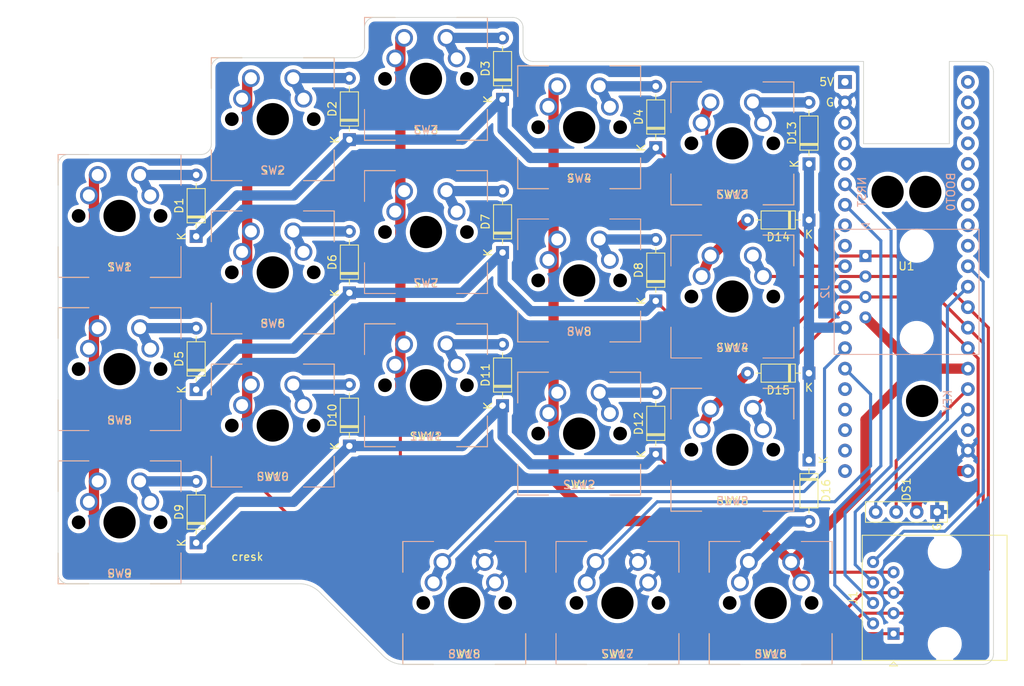
<source format=kicad_pcb>
(kicad_pcb (version 20211014) (generator pcbnew)
  (layers (0 "F.Cu" signal) (31 "B.Cu" signal) (34 "B.Paste" user) (35 "F.Paste" user) (36 "B.SilkS" user "B.Silkscreen") (37 "F.SilkS" user "F.Silkscreen") (38 "B.Mask" user) (39 "F.Mask" user) (44 "Edge.Cuts" user))
  (net 0 "")
  (net 1 "row0")
  (net 2 "Net-(D1-Pad2)")
  (net 3 "row1")
  (net 4 "Net-(D2-Pad2)")
  (net 5 "row2")
  (net 6 "Net-(D3-Pad2)")
  (net 7 "row3")
  (net 8 "Net-(D4-Pad2)")
  (net 9 "row7")
  (net 10 "Net-(D5-Pad2)")
  (net 11 "Net-(D6-Pad2)")
  (net 12 "Net-(D7-Pad2)")
  (net 13 "Net-(D8-Pad2)")
  (net 14 "Net-(D9-Pad2)")
  (net 15 "Net-(D10-Pad2)")
  (net 16 "Net-(D11-Pad2)")
  (net 17 "Net-(D12-Pad2)")
  (net 18 "Net-(D13-Pad2)")
  (net 19 "Net-(D14-Pad2)")
  (net 20 "Net-(D16-Pad2)")
  (net 21 "col3")
  (net 22 "col2")
  (net 23 "col1")
  (net 24 "col0")
  (net 25 "row6")
  (net 26 "row5")
  (net 27 "row4")
  (net 28 "GND")
  (net 34 "Net-(D15-Pad2)")
  (net 36 "col4")
  (net 37 "col5")
  (net 38 "VCC")
  (net 39 "SCL")
  (net 40 "SDA")
  (footprint "Diode_THT:D_DO-35_SOD27_P7.62mm_Horizontal" (layer "F.Cu") (at 75 84.04 90)
    (fp_text reference "D9")
    (fp_text value "1N4148")
  )
  (footprint "Diode_THT:D_DO-35_SOD27_P7.62mm_Horizontal" (layer "F.Cu") (at 113 29.04 90)
    (fp_text reference "D3")
    (fp_text value "1N4148")
  )
  (footprint "cresk:SW_MX_1u_Reversible" (layer "F.Cu") (at 108.25 91.5)
    (fp_text reference "SW18")
    (fp_text value "SW_PUSH")
  )
  (footprint "cresk:SW_MX_1u_Reversible" (layer "F.Cu") (at 84.5 50.5)
    (fp_text reference "SW6")
    (fp_text value "SW_PUSH")
  )
  (footprint "Diode_THT:D_DO-35_SOD27_P7.62mm_Horizontal" (layer "F.Cu") (at 113 67.04 90)
    (fp_text reference "D11")
    (fp_text value "1N4148")
  )
  (footprint "Diode_THT:D_DO-35_SOD27_P7.62mm_Horizontal" (layer "F.Cu") (at 151 37.04 90)
    (fp_text reference "D13")
    (fp_text value "1N4148")
  )
  (footprint "Diode_THT:D_DO-35_SOD27_P7.62mm_Horizontal" (layer "F.Cu") (at 151 44 180)
    (fp_text reference "D14")
    (fp_text value "1N4148")
  )
  (footprint "cresk:WeAct_BlackPill_Flipped" (layer "F.Cu") (at 155.47 26.88)
    (fp_text reference "U1")
    (fp_text value "WeAct_BlackPill")
  )
  (footprint "cresk:SW_MX_1u_Reversible" (layer "F.Cu") (at 122.5 32.5)
    (fp_text reference "SW4")
    (fp_text value "SW_PUSH")
  )
  (footprint "cresk:SW_MX_1u_Reversible" (layer "F.Cu") (at 141.5 72.5)
    (fp_text reference "SW15")
    (fp_text value "SW_PUSH")
  )
  (footprint "Diode_THT:D_DO-35_SOD27_P7.62mm_Horizontal" (layer "F.Cu") (at 132 35.04 90)
    (fp_text reference "D4")
    (fp_text value "1N4148")
  )
  (footprint "Diode_THT:D_DO-35_SOD27_P7.62mm_Horizontal" (layer "F.Cu") (at 151 63 180)
    (fp_text reference "D15")
    (fp_text value "1N4148")
  )
  (footprint "Diode_THT:D_DO-35_SOD27_P7.62mm_Horizontal" (layer "F.Cu") (at 94 72.04 90)
    (fp_text reference "D10")
    (fp_text value "1N4148")
  )
  (footprint "Diode_THT:D_DO-35_SOD27_P7.62mm_Horizontal" (layer "F.Cu") (at 75 46.04 90)
    (fp_text reference "D1")
    (fp_text value "1N4148")
  )
  (footprint "cresk:SW_MX_1u_Reversible" (layer "F.Cu") (at 65.5 62.5)
    (fp_text reference "SW5")
    (fp_text value "SW_PUSH")
  )
  (footprint "Diode_THT:D_DO-35_SOD27_P7.62mm_Horizontal" (layer "F.Cu") (at 113 48.04 90)
    (fp_text reference "D7")
    (fp_text value "1N4148")
  )
  (footprint "Diode_THT:D_DO-35_SOD27_P7.62mm_Horizontal" (layer "F.Cu") (at 94 34.04 90)
    (fp_text reference "D2")
    (fp_text value "1N4148")
  )
  (footprint "Diode_THT:D_DO-35_SOD27_P7.62mm_Horizontal" (layer "F.Cu") (at 151 73.77 -90)
    (fp_text reference "D16")
    (fp_text value "1N4148")
  )
  (footprint "cresk:SW_MX_1u_Reversible" (layer "F.Cu") (at 65.5 43.5)
    (fp_text reference "SW1")
    (fp_text value "SW_PUSH")
  )
  (footprint "cresk:SW_MX_1u_Reversible" (layer "F.Cu") (at 146.25 91.5)
    (fp_text reference "SW16")
    (fp_text value "SW_PUSH")
  )
  (footprint "Diode_THT:D_DO-35_SOD27_P7.62mm_Horizontal" (layer "F.Cu") (at 94 53.04 90)
    (fp_text reference "D6")
    (fp_text value "1N4148")
  )
  (footprint "cresk:SSD1306_I2C" (layer "F.Cu") (at 166.9 80.22 90)
    (fp_text reference "DS1")
    (fp_text value "SSD1306_I2C")
  )
  (footprint "cresk:SW_MX_1u_Reversible" (layer "F.Cu") (at 103.5 64.5)
    (fp_text reference "SW11")
    (fp_text value "SW_PUSH")
  )
  (footprint "Connector_RJ:RJ45_Amphenol_54602-x08_Horizontal" (layer "F.Cu") (at 161.49 95.31 90)
    (fp_text reference "J1")
    (fp_text value "8P8C")
  )
  (footprint "cresk:SW_MX_1u_Reversible" (layer "F.Cu") (at 65.5 81.5)
    (fp_text reference "SW9")
    (fp_text value "SW_PUSH")
  )
  (footprint "Diode_THT:D_DO-35_SOD27_P7.62mm_Horizontal" (layer "F.Cu") (at 132 54.04 90)
    (fp_text reference "D8")
    (fp_text value "1N4148")
  )
  (footprint "cresk:SW_MX_1u_Reversible" (layer "F.Cu") (at 122.5 51.5)
    (fp_text reference "SW8")
    (fp_text value "SW_PUSH")
  )
  (footprint "cresk:SW_MX_1u_Reversible" (layer "F.Cu") (at 84.5 31.5)
    (fp_text reference "SW2")
    (fp_text value "SW_PUSH")
  )
  (footprint "cresk:SW_MX_1u_Reversible" (layer "F.Cu") (at 141.5 53.5)
    (fp_text reference "SW14")
    (fp_text value "SW_PUSH")
  )
  (footprint "cresk:SW_MX_1u_Reversible" (layer "F.Cu") (at 103.5 26.5)
    (fp_text reference "SW3")
    (fp_text value "SW_PUSH")
  )
  (footprint "cresk:SW_MX_1u_Reversible" (layer "F.Cu") (at 103.5 45.5)
    (fp_text reference "SW7")
    (fp_text value "SW_PUSH")
  )
  (footprint "cresk:SW_MX_1u_Reversible" (layer "F.Cu") (at 84.5 69.5)
    (fp_text reference "SW10")
    (fp_text value "SW_PUSH")
  )
  (footprint "Diode_THT:D_DO-35_SOD27_P7.62mm_Horizontal" (layer "F.Cu") (at 75 65.04 90)
    (fp_text reference "D5")
    (fp_text value "1N4148")
  )
  (footprint "cresk:SW_MX_1u_Reversible" (layer "F.Cu") (at 122.5 70.5)
    (fp_text reference "SW12")
    (fp_text value "SW_PUSH")
  )
  (footprint "Diode_THT:D_DO-35_SOD27_P7.62mm_Horizontal" (layer "F.Cu") (at 132 73.04 90)
    (fp_text reference "D12")
    (fp_text value "1N4148")
  )
  (footprint "cresk:SW_MX_1u_Reversible" (layer "F.Cu") (at 141.5 34.5)
    (fp_text reference "SW13")
    (fp_text value "SW_PUSH")
  )
  (footprint "cresk:SW_MX_1u_Reversible" (layer "F.Cu") (at 127.25 91.5)
    (fp_text reference "SW17")
    (fp_text value "SW_PUSH")
  )
  (footprint "Connector_RJ:RJ45_Amphenol_54602-x08_Horizontal" (layer "B.Cu") (at 158.01 48.47 -90)
    (fp_text reference "J2")
    (fp_text value "8P8C")
  )
  (gr_arc (start 57.88 37.15) (mid 58.251974 36.251974) (end 59.15 35.88) (layer "Edge.Cuts") (width 0.1))
  (gr_arc (start 95.88 22.61) (mid 95.508026 23.508026) (end 94.61 23.88) (layer "Edge.Cuts") (width 0.1))
  (gr_arc (start 95.88 20.15) (mid 96.251974 19.251974) (end 97.15 18.88) (layer "Edge.Cuts") (width 0.1))
  (gr_line (start 157.77 24.34) (end 116.81 24.34) (layer "Edge.Cuts") (width 0.1))
  (gr_arc (start 116.81 24.34) (mid 115.911974 23.968026) (end 115.54 23.07) (layer "Edge.Cuts") (width 0.1))
  (gr_arc (start 172.615 24.34) (mid 173.513026 24.711974) (end 173.885 25.61) (layer "Edge.Cuts") (width 0.1))
  (gr_arc (start 114.27 18.88) (mid 115.168026 19.251974) (end 115.54 20.15) (layer "Edge.Cuts") (width 0.1))
  (gr_line (start 76.88 34.61) (end 76.88 25.15) (layer "Edge.Cuts") (width 0.1))
  (gr_arc (start 76.88 34.61) (mid 76.508026 35.508026) (end 75.61 35.88) (layer "Edge.Cuts") (width 0.1))
  (gr_line (start 97.15 18.88) (end 114.27 18.88) (layer "Edge.Cuts") (width 0.1))
  (gr_line (start 157.77 24.34) (end 157.77 34.54) (layer "Edge.Cuts") (width 0.1))
  (gr_line (start 59.15 89.12) (end 87.99 89.12) (layer "Edge.Cuts") (width 0.1))
  (gr_line (start 78.15 23.88) (end 94.61 23.88) (layer "Edge.Cuts") (width 0.1))
  (gr_line (start 172.615 99.12) (end 100.53 99.12) (layer "Edge.Cuts") (width 0.1))
  (gr_line (start 172.615 24.34) (end 168.41 24.34) (layer "Edge.Cuts") (width 0.1))
  (gr_line (start 95.88 22.61) (end 95.88 20.15) (layer "Edge.Cuts") (width 0.1))
  (gr_line (start 57.88 87.85) (end 57.88 37.15) (layer "Edge.Cuts") (width 0.1))
  (gr_arc (start 173.885 97.85) (mid 173.513026 98.748026) (end 172.615 99.12) (layer "Edge.Cuts") (width 0.1))
  (gr_arc (start 76.88 25.15) (mid 77.251974 24.251974) (end 78.15 23.88) (layer "Edge.Cuts") (width 0.1))
  (gr_arc (start 87.99 89.12) (mid 89.386309 89.502381) (end 90.53 90.39) (layer "Edge.Cuts") (width 0.1))
  (gr_arc (start 59.15 89.12) (mid 58.251974 88.748026) (end 57.88 87.85) (layer "Edge.Cuts") (width 0.1))
  (gr_line (start 115.54 20.15) (end 115.54 23.07) (layer "Edge.Cuts") (width 0.1))
  (gr_arc (start 100.53 99.12) (mid 99.133691 98.737619) (end 97.99 97.85) (layer "Edge.Cuts") (width 0.1))
  (gr_line (start 59.15 35.88) (end 75.61 35.88) (layer "Edge.Cuts") (width 0.1))
  (gr_line (start 97.99 97.85) (end 90.53 90.39) (layer "Edge.Cuts") (width 0.1))
  (gr_line (start 173.885 25.61) (end 173.885 97.85) (layer "Edge.Cuts") (width 0.1))
  (gr_line (start 168.41 34.54) (end 157.77 34.54) (layer "Edge.Cuts") (width 0.1))
  (gr_line (start 168.41 24.34) (end 168.41 34.54) (layer "Edge.Cuts") (width 0.1))
  (gr_text "cresk\n " (at 79.27 86.57) (layer "F.SilkS") (effects (font (size 1 1)) (justify left)))
  (segment (start 155.47 49.74) (end 151.66 49.74) (width 0.381) (layer "F.Cu") (net 1))
  (segment (start 142.71 40.79) (end 137.75 40.79) (width 0.381) (layer "F.Cu") (net 1))
  (segment (start 151.66 49.74) (end 142.71 40.79) (width 0.381) (layer "F.Cu") (net 1))
  (segment (start 137.75 40.79) (end 132 35.04) (width 0.381) (layer "F.Cu") (net 1))
  (segment (start 80.08 40.96) (end 87.08 40.96) (width 1.27) (layer "B.Cu") (net 1))
  (segment (start 132 35.04) (end 130.73 36.31) (width 1.27) (layer "B.Cu") (net 1))
  (segment (start 75 46.04) (end 80.08 40.96) (width 1.27) (layer "B.Cu") (net 1))
  (segment (start 113 32.85) (end 113 29.04) (width 1.27) (layer "B.Cu") (net 1))
  (segment (start 130.73 36.31) (end 116.46 36.31) (width 1.27) (layer "B.Cu") (net 1))
  (segment (start 108 34.04) (end 113 29.04) (width 1.27) (layer "B.Cu") (net 1))
  (segment (start 94 34.04) (end 108 34.04) (width 1.27) (layer "B.Cu") (net 1))
  (segment (start 116.46 36.31) (end 113 32.85) (width 1.27) (layer "B.Cu") (net 1))
  (segment (start 87.08 40.96) (end 94 34.04) (width 1.27) (layer "B.Cu") (net 1))
  (segment (start 68.04 38.42) (end 75 38.42) (width 1.27) (layer "B.Cu") (net 2))
  (segment (start 68.04 38.42) (end 69.31 40.96) (width 1.27) (layer "B.Cu") (net 2))
  (segment (start 146.58 57.36) (end 135.32 57.36) (width 0.381) (layer "F.Cu") (net 3))
  (segment (start 155.47 52.28) (end 151.66 52.28) (width 0.381) (layer "F.Cu") (net 3))
  (segment (start 151.66 52.28) (end 146.58 57.36) (width 0.381) (layer "F.Cu") (net 3))
  (segment (start 135.32 57.36) (end 132 54.04) (width 0.381) (layer "F.Cu") (net 3))
  (segment (start 80.08 59.96) (end 87.08 59.96) (width 1.27) (layer "B.Cu") (net 3))
  (segment (start 132 54.04) (end 130.73 55.31) (width 1.27) (layer "B.Cu") (net 3))
  (segment (start 108 53.04) (end 113 48.04) (width 1.27) (layer "B.Cu") (net 3))
  (segment (start 116.46 55.31) (end 113 51.85) (width 1.27) (layer "B.Cu") (net 3))
  (segment (start 94 53.04) (end 108 53.04) (width 1.27) (layer "B.Cu") (net 3))
  (segment (start 130.73 55.31) (end 116.46 55.31) (width 1.27) (layer "B.Cu") (net 3))
  (segment (start 87.08 59.96) (end 94 53.04) (width 1.27) (layer "B.Cu") (net 3))
  (segment (start 113 51.85) (end 113 48.04) (width 1.27) (layer "B.Cu") (net 3))
  (segment (start 75 65.04) (end 80.08 59.96) (width 1.27) (layer "B.Cu") (net 3))
  (segment (start 87.04 26.42) (end 88.31 28.96) (width 1.27) (layer "B.Cu") (net 4))
  (segment (start 87.026797 26.4077) (end 93.986797 26.4077) (width 1.27) (layer "B.Cu") (net 4))
  (segment (start 149.12 61.17) (end 149.12 73.87) (width 0.381) (layer "F.Cu") (net 5))
  (segment (start 135.37 76.41) (end 132 73.04) (width 0.381) (layer "F.Cu") (net 5))
  (segment (start 146.58 76.41) (end 135.37 76.41) (width 0.381) (layer "F.Cu") (net 5))
  (segment (start 155.47 54.82) (end 149.12 61.17) (width 0.381) (layer "F.Cu") (net 5))
  (segment (start 149.12 73.87) (end 146.58 76.41) (width 0.381) (layer "F.Cu") (net 5))
  (segment (start 87.08 78.96) (end 94 72.04) (width 1.27) (layer "B.Cu") (net 5))
  (segment (start 94 72.04) (end 108 72.04) (width 1.27) (layer "B.Cu") (net 5))
  (segment (start 116.46 74.31) (end 113 70.85) (width 1.27) (layer "B.Cu") (net 5))
  (segment (start 108 72.04) (end 113 67.04) (width 1.27) (layer "B.Cu") (net 5))
  (segment (start 132 73.04) (end 130.73 74.31) (width 1.27) (layer "B.Cu") (net 5))
  (segment (start 113 70.85) (end 113 67.04) (width 1.27) (layer "B.Cu") (net 5))
  (segment (start 75 84.04) (end 80.08 78.96) (width 1.27) (layer "B.Cu") (net 5))
  (segment (start 80.08 78.96) (end 87.08 78.96) (width 1.27) (layer "B.Cu") (net 5))
  (segment (start 130.73 74.31) (end 116.46 74.31) (width 1.27) (layer "B.Cu") (net 5))
  (segment (start 106.04 21.42) (end 107.31 23.96) (width 1.27) (layer "B.Cu") (net 6))
  (segment (start 106.04 21.42) (end 113 21.42) (width 1.27) (layer "B.Cu") (net 6))
  (segment (start 151 57.335) (end 151 73.77) (width 1.27) (layer "B.Cu") (net 7))
  (segment (start 151 37.04) (end 151 57.335) (width 1.27) (layer "B.Cu") (net 7))
  (segment (start 151.025 57.36) (end 151 57.335) (width 1.27) (layer "B.Cu") (net 7))
  (segment (start 155.47 57.36) (end 151.025 57.36) (width 1.27) (layer "B.Cu") (net 7))
  (segment (start 126.31 29.96) (end 125.04 27.42) (width 1.27) (layer "B.Cu") (net 8))
  (segment (start 125.04 27.42) (end 132 27.42) (width 1.27) (layer "B.Cu") (net 8))
  (segment (start 162.76 82.61) (end 167.84 82.61) (width 0.381) (layer "B.Cu") (net 9))
  (segment (start 158.95 86.42) (end 162.76 82.61) (width 0.381) (layer "B.Cu") (net 9))
  (segment (start 172.615 51.645) (end 172.615 74.99) (width 0.381) (layer "B.Cu") (net 9))
  (segment (start 172.615 74.99) (end 172.615 77.835) (width 0.381) (layer "B.Cu") (net 9))
  (segment (start 172.615 77.835) (end 167.84 82.61) (width 0.381) (layer "B.Cu") (net 9))
  (segment (start 170.71 49.74) (end 172.615 51.645) (width 0.381) (layer "B.Cu") (net 9))
  (segment (start 68.04 57.42) (end 75 57.42) (width 1.27) (layer "B.Cu") (net 10))
  (segment (start 69.31 59.96) (end 68.04 57.42) (width 1.27) (layer "B.Cu") (net 10))
  (segment (start 87.04 45.42) (end 88.31 47.96) (width 1.27) (layer "B.Cu") (net 11))
  (segment (start 87.04 45.42) (end 94 45.42) (width 1.27) (layer "B.Cu") (net 11))
  (segment (start 106.04 40.42) (end 113 40.42) (width 1.27) (layer "B.Cu") (net 12))
  (segment (start 106.04 40.42) (end 107.31 42.96) (width 1.27) (layer "B.Cu") (net 12))
  (segment (start 125.04 46.42) (end 132 46.42) (width 1.27) (layer "B.Cu") (net 13))
  (segment (start 126.31 48.96) (end 125.04 46.42) (width 1.27) (layer "B.Cu") (net 13))
  (segment (start 69.31 78.96) (end 68.04 76.42) (width 1.27) (layer "B.Cu") (net 14))
  (segment (start 68.04 76.42) (end 75 76.42) (width 1.27) (layer "B.Cu") (net 14))
  (segment (start 87.04 64.42) (end 94 64.42) (width 1.27) (layer "B.Cu") (net 15))
  (segment (start 87.04 64.42) (end 88.31 66.96) (width 1.27) (layer "B.Cu") (net 15))
  (segment (start 106.04 59.42) (end 107.31 61.96) (width 1.27) (layer "B.Cu") (net 16))
  (segment (start 106.04 59.42) (end 113 59.42) (width 1.27) (layer "B.Cu") (net 16))
  (segment (start 125.04 65.42) (end 132 65.42) (width 1.27) (layer "B.Cu") (net 17))
  (segment (start 126.31 67.96) (end 125.04 65.42) (width 1.27) (layer "B.Cu") (net 17))
  (segment (start 144.04 29.42) (end 151 29.42) (width 1.27) (layer "B.Cu") (net 18))
  (segment (start 145.31 31.96) (end 144.04 29.42) (width 1.27) (layer "B.Cu") (net 18))
  (segment (start 143.38 44) (end 138.96 48.42) (width 1.27) (layer "F.Cu") (net 19))
  (segment (start 138.96 48.42) (end 138.79 48.42) (width 1.27) (layer "F.Cu") (net 19))
  (segment (start 137.69 50.96) (end 138.79 48.42) (width 1.27) (layer "F.Cu") (net 19))
  (segment (start 148.74 81.39) (end 143.71 86.42) (width 1.27) (layer "B.Cu") (net 20))
  (segment (start 151 81.39) (end 148.74 81.39) (width 1.27) (layer "B.Cu") (net 20))
  (segment (start 142.44 88.96) (end 143.54 86.42) (width 1.27) (layer "B.Cu") (net 20))
  (segment (start 161.49 87.69) (end 149.425 87.69) (width 0.381) (layer "F.Cu") (net 21))
  (segment (start 170.71 62.44) (end 164.36 62.44) (width 1.27) (layer "F.Cu") (net 21))
  (segment (start 119.325 76.215) (end 124.45 81.34) (width 1.27) (layer "F.Cu") (net 21))
  (segment (start 164.36 62.44) (end 158.01 56.09) (width 1.27) (layer "F.Cu") (net 21))
  (segment (start 164.36 62.44) (end 158.01 68.79) (width 1.27) (layer "F.Cu") (net 21))
  (segment (start 158.01 77.2) (end 148.79 86.42) (width 1.27) (layer "F.Cu") (net 21))
  (segment (start 143.71 81.34) (end 148.79 86.42) (width 1.27) (layer "F.Cu") (net 21))
  (segment (start 124.45 81.34) (end 143.71 81.34) (width 1.27) (layer "F.Cu") (net 21))
  (segment (start 119.325 27.42) (end 119.325 76.215) (width 1.27) (layer "F.Cu") (net 21))
  (segment (start 150.06 88.96) (end 148.79 86.42) (width 1.27) (layer "F.Cu") (net 21))
  (segment (start 158.01 68.79) (end 158.01 77.2) (width 1.27) (layer "F.Cu") (net 21))
  (segment (start 146.58 64.88) (end 144.04 67.42) (width 0.381) (layer "F.Cu") (net 22))
  (segment (start 161.49 90.23) (end 166.57 90.23) (width 0.381) (layer "F.Cu") (net 22))
  (segment (start 171.98 61.17) (end 170.71 59.9) (width 0.381) (layer "F.Cu") (net 22))
  (segment (start 152.6 95.31) (end 157.68 90.23) (width 0.381) (layer "F.Cu") (net 22))
  (segment (start 171.98 84.82) (end 171.98 61.17) (width 0.381) (layer "F.Cu") (net 22))
  (segment (start 100.325 70.215) (end 100.325 91.93) (width 0.381) (layer "F.Cu") (net 22))
  (segment (start 158.01 53.55) (end 164.36 53.55) (width 0.381) (layer "F.Cu") (net 22))
  (segment (start 157.68 90.23) (end 161.49 90.23) (width 0.381) (layer "F.Cu") (net 22))
  (segment (start 146.58 59.9) (end 146.58 64.88) (width 0.381) (layer "F.Cu") (net 22))
  (segment (start 152.93 53.55) (end 146.58 59.9) (width 0.381) (layer "F.Cu") (net 22))
  (segment (start 158.01 53.55) (end 152.93 53.55) (width 0.381) (layer "F.Cu") (net 22))
  (segment (start 103.705 95.31) (end 152.6 95.31) (width 0.381) (layer "F.Cu") (net 22))
  (segment (start 166.57 90.23) (end 171.98 84.82) (width 0.381) (layer "F.Cu") (net 22))
  (segment (start 100.325 91.93) (end 103.705 95.31) (width 0.381) (layer "F.Cu") (net 22))
  (segment (start 100.325 70.215) (end 100.325 21.42) (width 1.27) (layer "F.Cu") (net 22))
  (segment (start 164.36 53.55) (end 170.71 59.9) (width 0.381) (layer "F.Cu") (net 22))
  (segment (start 145.31 69.96) (end 144.04 67.42) (width 1.27) (layer "B.Cu") (net 22))
  (segment (start 145.36 51.01) (end 145.31 50.96) (width 0.381) (layer "F.Cu") (net 23))
  (segment (start 158.01 51.01) (end 164.36 51.01) (width 0.381) (layer "F.Cu") (net 23))
  (segment (start 161.49 92.77) (end 157.68 92.77) (width 0.381) (layer "F.Cu") (net 23))
  (segment (start 161.49 92.77) (end 165.96 92.77) (width 0.381) (layer "F.Cu") (net 23))
  (segment (start 172.615 86.115) (end 172.615 59.265) (width 0.381) (layer "F.Cu") (net 23))
  (segment (start 172.615 59.265) (end 170.71 57.36) (width 0.381) (layer "F.Cu") (net 23))
  (segment (start 158.01 51.01) (end 145.36 51.01) (width 0.381) (layer "F.Cu") (net 23))
  (segment (start 165.96 92.77) (end 172.615 86.115) (width 0.381) (layer "F.Cu") (net 23))
  (segment (start 157.68 92.77) (end 153.87 96.58) (width 0.381) (layer "F.Cu") (net 23))
  (segment (start 81.325 75.215) (end 81.325 26.42) (width 1.27) (layer "F.Cu") (net 23))
  (segment (start 164.36 51.01) (end 170.71 57.36) (width 0.381) (layer "F.Cu") (net 23))
  (segment (start 102.435 96.58) (end 81.325 75.47) (width 0.381) (layer "F.Cu") (net 23))
  (segment (start 153.87 96.58) (end 102.435 96.58) (width 0.381) (layer "F.Cu") (net 23))
  (segment (start 145.31 50.96) (end 144.04 48.42) (width 1.27) (layer "B.Cu") (net 23))
  (segment (start 173.25 57.36) (end 173.25 87.36) (width 0.381) (layer "F.Cu") (net 24))
  (segment (start 161.82 48.47) (end 163.09 49.74) (width 0.381) (layer "F.Cu") (net 24))
  (segment (start 138.325 32.595) (end 137.69 31.96) (width 0.381) (layer "F.Cu") (net 24))
  (segment (start 138.325 36.405) (end 138.325 32.595) (width 0.381) (layer "F.Cu") (net 24))
  (segment (start 90.53 87.215) (end 101.165 97.85) (width 0.381) (layer "F.Cu") (net 24))
  (segment (start 170.71 54.82) (end 173.25 57.36) (width 0.381) (layer "F.Cu") (net 24))
  (segment (start 165.63 49.74) (end 170.71 54.82) (width 0.381) (layer "F.Cu") (net 24))
  (segment (start 163.09 49.74) (end 165.63 49.74) (width 0.381) (layer "F.Cu") (net 24))
  (segment (start 101.165 97.85) (end 155.14 97.85) (width 0.381) (layer "F.Cu") (net 24))
  (segment (start 158.01 48.47) (end 152.93 48.47) (width 0.381) (layer "F.Cu") (net 24))
  (segment (start 62.325 87.215) (end 90.53 87.215) (width 0.381) (layer "F.Cu") (net 24))
  (segment (start 157.68 95.31) (end 155.14 97.85) (width 0.381) (layer "F.Cu") (net 24))
  (segment (start 137.69 31.96) (end 138.79 29.42) (width 1.27) (layer "F.Cu") (net 24))
  (segment (start 161.49 95.31) (end 165.3 95.31) (width 0.381) (layer "F.Cu") (net 24))
  (segment (start 165.3 95.31) (end 173.25 87.36) (width 0.381) (layer "F.Cu") (net 24))
  (segment (start 161.49 95.31) (end 157.68 95.31) (width 0.381) (layer "F.Cu") (net 24))
  (segment (start 158.01 48.47) (end 161.82 48.47) (width 0.381) (layer "F.Cu") (net 24))
  (segment (start 140.23 38.31) (end 138.325 36.405) (width 0.381) (layer "F.Cu") (net 24))
  (segment (start 142.77 38.31) (end 140.23 38.31) (width 0.381) (layer "F.Cu") (net 24))
  (segment (start 152.93 48.47) (end 142.77 38.31) (width 0.381) (layer "F.Cu") (net 24))
  (segment (start 62.325 38.42) (end 62.325 87.215) (width 1.27) (layer "F.Cu") (net 24))
  (segment (start 168.17 68.79) (end 156.74 80.22) (width 0.381) (layer "B.Cu") (net 25))
  (segment (start 156.74 80.22) (end 156.74 86.75) (width 0.381) (layer "B.Cu") (net 25))
  (segment (start 168.17 54.82) (end 168.17 68.79) (width 0.381) (layer "B.Cu") (net 25))
  (segment (start 156.74 86.75) (end 158.95 88.96) (width 0.381) (layer "B.Cu") (net 25))
  (segment (start 170.71 52.28) (end 168.17 54.82) (width 0.381) (layer "B.Cu") (net 25))
  (segment (start 155.47 39.58) (end 161.185 45.295) (width 0.381) (layer "B.Cu") (net 26))
  (segment (start 155.47 88.02) (end 158.95 91.5) (width 0.381) (layer "B.Cu") (net 26))
  (segment (start 161.185 74.505) (end 155.47 80.22) (width 0.381) (layer "B.Cu") (net 26))
  (segment (start 161.185 45.295) (end 161.185 74.505) (width 0.381) (layer "B.Cu") (net 26))
  (segment (start 155.47 80.22) (end 155.47 88.02) (width 0.381) (layer "B.Cu") (net 26))
  (segment (start 154.2 89.29) (end 158.95 94.04) (width 0.381) (layer "B.Cu") (net 27))
  (segment (start 154.2 80.22) (end 154.2 89.29) (width 0.381) (layer "B.Cu") (net 27))
  (segment (start 155.47 42.12) (end 159.915 46.565) (width 0.381) (layer "B.Cu") (net 27))
  (segment (start 159.915 46.565) (end 159.915 74.505) (width 0.381) (layer "B.Cu") (net 27))
  (segment (start 159.915 74.505) (end 154.2 80.22) (width 0.381) (layer "B.Cu") (net 27))
  (segment (start 143.38 63) (end 138.96 67.42) (width 1.27) (layer "F.Cu") (net 34))
  (segment (start 137.69 69.96) (end 138.79 67.42) (width 1.27) (layer "F.Cu") (net 34))
  (segment (start 138.96 67.42) (end 138.79 67.42) (width 1.27) (layer "F.Cu") (net 34))
  (segment (start 132.18 78.95) (end 154.2 78.95) (width 0.381) (layer "B.Cu") (net 36))
  (segment (start 158.645 74.505) (end 158.645 65.615) (width 0.381) (layer "B.Cu") (net 36))
  (segment (start 124.71 86.42) (end 132.18 78.95) (width 0.381) (layer "B.Cu") (net 36))
  (segment (start 154.2 78.95) (end 158.645 74.505) (width 0.381) (layer "B.Cu") (net 36))
  (segment (start 123.44 88.96) (end 124.54 86.42) (width 1.27) (layer "B.Cu") (net 36))
  (segment (start 158.645 65.615) (end 155.47 62.44) (width 0.381) (layer "B.Cu") (net 36))
  (segment (start 152.93 62.44) (end 152.93 75.14) (width 0.381) (layer "B.Cu") (net 37))
  (segment (start 155.47 59.9) (end 152.93 62.44) (width 0.381) (layer "B.Cu") (net 37))
  (segment (start 114.45 77.68) (end 105.71 86.42) (width 0.381) (layer "B.Cu") (net 37))
  (segment (start 150.39 77.68) (end 114.45 77.68) (width 0.381) (layer "B.Cu") (net 37))
  (segment (start 152.93 75.14) (end 150.39 77.68) (width 0.381) (layer "B.Cu") (net 37))
  (segment (start 104.44 88.96) (end 105.54 86.42) (width 1.27) (layer "B.Cu") (net 37))
  (segment (start 170.71 75.14) (end 168.17 75.14) (width 1.27) (layer "F.Cu") (net 38))
  (segment (start 168.17 75.14) (end 164.36 78.95) (width 1.27) (layer "F.Cu") (net 38))
  (segment (start 164.36 78.95) (end 164.36 80.22) (width 1.27) (layer "F.Cu") (net 38))
  (segment (start 161.82 73.87) (end 161.82 80.22) (width 0.381) (layer "F.Cu") (net 39))
  (segment (start 170.71 64.98) (end 161.82 73.87) (width 0.381) (layer "F.Cu") (net 39))
  (segment (start 170.71 67.52) (end 159.28 78.95) (width 0.381) (layer "B.Cu") (net 40))
  (segment (start 159.28 78.95) (end 159.28 80.22) (width 0.381) (layer "B.Cu") (net 40))
  (zone (net 28) (net_name "GND") (layer "B.Cu") (connect_pads (clearance 0.508)) (min_thickness 0.254) (fill yes (thermal_gap 0.508) (thermal_bridge_width 0.508))
    (polygon (pts (xy 177.67 101.81) (xy 50.67 101.81) (xy 50.67 16.72) (xy 177.67 16.72)))
  )
)
</source>
